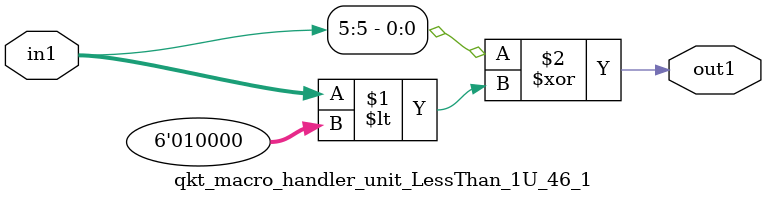
<source format=v>

`timescale 1ps / 1ps


module qkt_macro_handler_unit_LessThan_1U_46_1( in1, out1 );

    input [5:0] in1;
    output out1;

    
    // rtl_process:qkt_macro_handler_unit_LessThan_1U_46_1/qkt_macro_handler_unit_LessThan_1U_46_1_thread_1
    assign out1 = (in1[5] ^ in1 < 6'd16);

endmodule



</source>
